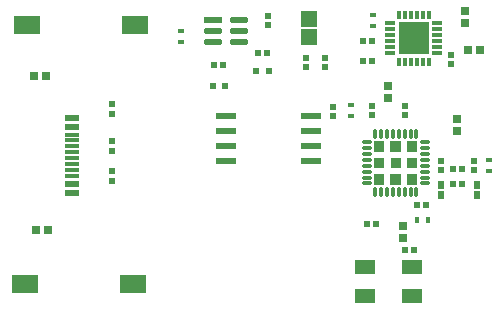
<source format=gtp>
%FSTAX23Y23*%
%MOIN*%
%SFA1B1*%

%IPPOS*%
%AMD19*
4,1,8,0.028800,0.011400,-0.028800,0.011400,-0.031700,0.008600,-0.031700,-0.008600,-0.028800,-0.011400,0.028800,-0.011400,0.031700,-0.008600,0.031700,0.008600,0.028800,0.011400,0.0*
1,1,0.005709,0.028800,0.008600*
1,1,0.005709,-0.028800,0.008600*
1,1,0.005709,-0.028800,-0.008600*
1,1,0.005709,0.028800,-0.008600*
%
%AMD39*
4,1,8,0.019300,0.011300,-0.019300,0.011300,-0.030600,0.000000,-0.030600,0.000000,-0.019300,-0.011300,0.019300,-0.011300,0.030600,0.000000,0.030600,0.000000,0.019300,0.011300,0.0*
1,1,0.022524,0.019300,0.000000*
1,1,0.022524,-0.019300,0.000000*
1,1,0.022524,-0.019300,0.000000*
1,1,0.022524,0.019300,0.000000*
%
%AMD41*
4,1,8,-0.004000,-0.015900,0.004000,-0.015900,0.005300,-0.014600,0.005300,0.014600,0.004000,0.015900,-0.004000,0.015900,-0.005300,0.014600,-0.005300,-0.014600,-0.004000,-0.015900,0.0*
1,1,0.002657,-0.004000,-0.014600*
1,1,0.002657,0.004000,-0.014600*
1,1,0.002657,0.004000,0.014600*
1,1,0.002657,-0.004000,0.014600*
%
%AMD42*
4,1,8,-0.014600,-0.005300,0.014600,-0.005300,0.015900,-0.004000,0.015900,0.004000,0.014600,0.005300,-0.014600,0.005300,-0.015900,0.004000,-0.015900,-0.004000,-0.014600,-0.005300,0.0*
1,1,0.002657,-0.014600,-0.004000*
1,1,0.002657,0.014600,-0.004000*
1,1,0.002657,0.014600,0.004000*
1,1,0.002657,-0.014600,0.004000*
%
%ADD18R,0.020289X0.018601*%
G04~CAMADD=19~8~0.0~0.0~633.9~228.3~28.5~0.0~15~0.0~0.0~0.0~0.0~0~0.0~0.0~0.0~0.0~0~0.0~0.0~0.0~0.0~633.9~228.3*
%ADD19D19*%
%ADD20R,0.102362X0.106299*%
%ADD21R,0.013780X0.031496*%
%ADD22R,0.033465X0.013780*%
%ADD23R,0.026306X0.026476*%
%ADD24R,0.026476X0.026306*%
%ADD25R,0.021260X0.022835*%
%ADD26R,0.023622X0.017716*%
%ADD27R,0.022835X0.021260*%
%ADD28R,0.024409X0.025984*%
%ADD29R,0.085827X0.062992*%
%ADD30R,0.086614X0.062992*%
%ADD31R,0.023622X0.017716*%
%ADD32R,0.070866X0.047244*%
%ADD33R,0.025591X0.025591*%
%ADD34R,0.022047X0.020472*%
%ADD35R,0.057331X0.053324*%
%ADD36R,0.023622X0.021654*%
%ADD37R,0.045275X0.023622*%
%ADD38R,0.045275X0.011811*%
G04~CAMADD=39~8~0.0~0.0~612.0~225.2~112.6~0.0~15~0.0~0.0~0.0~0.0~0~0.0~0.0~0.0~0.0~0~0.0~0.0~0.0~0.0~612.0~225.2*
%ADD39D39*%
%ADD40R,0.061196X0.022525*%
G04~CAMADD=41~8~0.0~0.0~106.3~318.9~13.3~0.0~15~0.0~0.0~0.0~0.0~0~0.0~0.0~0.0~0.0~0~0.0~0.0~0.0~180.0~106.0~318.0*
%ADD41D41*%
G04~CAMADD=42~8~0.0~0.0~318.9~106.3~13.3~0.0~15~0.0~0.0~0.0~0.0~0~0.0~0.0~0.0~0.0~0~0.0~0.0~0.0~180.0~318.0~106.0*
%ADD42D42*%
%ADD44R,0.018432X0.018601*%
%ADD45R,0.018701X0.019685*%
%ADD46R,0.018601X0.020289*%
%ADD47R,0.023622X0.019685*%
%ADD48R,0.017716X0.023622*%
%ADD85R,0.035433X0.035433*%
%LNpcb-1*%
%LPD*%
G36*
X01382Y00532D02*
X01347D01*
Y00567*
X01382*
Y00532*
G37*
G36*
X01327D02*
X01292D01*
Y00567*
X01327*
Y00532*
G37*
G36*
X01272D02*
X01237D01*
Y00567*
X01272*
Y00532*
G37*
G36*
X01382Y00477D02*
X01347D01*
Y00512*
X01382*
Y00477*
G37*
G36*
X01272D02*
X01237D01*
Y00512*
X01272*
Y00477*
G37*
G36*
X01382Y00422D02*
X01347D01*
Y00457*
X01382*
Y00422*
G37*
G36*
X01327D02*
X01292D01*
Y00457*
X01327*
Y00422*
G37*
G36*
X01272D02*
X01237D01*
Y00457*
X01272*
Y00422*
G37*
G54D18*
X015Y00425D03*
X01529D03*
Y00475D03*
X015D03*
G54D19*
X00743Y0065D03*
Y006D03*
Y0055D03*
Y005D03*
X01026D03*
Y0055D03*
Y006D03*
Y0065D03*
G54D20*
X0137Y0091D03*
G54D21*
X0132Y00831D03*
X0134D03*
X0136D03*
X01379D03*
X01399D03*
X01419D03*
X0132Y00988D03*
X0134D03*
X0136D03*
X01379D03*
X01399D03*
X01419D03*
G54D22*
X01447Y0086D03*
Y0088D03*
Y009D03*
Y00919D03*
Y00939D03*
Y00959D03*
X01292Y0086D03*
Y0088D03*
Y009D03*
Y00919D03*
Y00939D03*
Y00959D03*
G54D23*
X01589Y0087D03*
X0155D03*
X00144Y00785D03*
X00105D03*
X00149Y0027D03*
X0011D03*
G54D24*
X0154Y00999D03*
Y0096D03*
X01515Y00639D03*
Y006D03*
X01285Y00749D03*
Y0071D03*
G54D25*
X01495Y00824D03*
Y00855D03*
X0157Y00469D03*
Y005D03*
X011Y00649D03*
Y0068D03*
X0123Y00654D03*
Y00685D03*
X00885Y00954D03*
Y00985D03*
X0134Y00685D03*
Y00654D03*
X0146Y005D03*
Y00469D03*
G54D26*
X01235Y00988D03*
Y00951D03*
G54D27*
X01199Y009D03*
X0123D03*
X01199Y00835D03*
X0123D03*
X0141Y00355D03*
X01379D03*
G54D28*
X0146Y00422D03*
Y00387D03*
X0158D03*
Y00422D03*
G54D29*
X0044Y00955D03*
X00435Y0009D03*
G54D30*
X00079Y00955D03*
X00074Y0009D03*
G54D31*
X0116Y00651D03*
Y00688D03*
X00595Y00933D03*
Y00896D03*
X0162Y00503D03*
Y00466D03*
G54D32*
X01363Y00147D03*
X01206D03*
Y00052D03*
X01363D03*
G54D33*
X01335Y00245D03*
Y00284D03*
G54D34*
X01339Y00205D03*
X0137D03*
X01214Y0029D03*
X01245D03*
G54D35*
X0102Y00975D03*
Y00914D03*
G54D36*
X00365Y00466D03*
Y00433D03*
Y00533D03*
Y00566D03*
Y00658D03*
Y00691D03*
G54D37*
X00231Y00394D03*
Y00645D03*
Y00425D03*
Y00614D03*
G54D38*
X00231Y00451D03*
Y0047D03*
Y0049D03*
Y0051D03*
Y00529D03*
Y00549D03*
Y00569D03*
Y00588D03*
G54D39*
X00788Y00972D03*
Y00935D03*
Y00897D03*
X00701D03*
Y00935D03*
G54D40*
X00701Y00972D03*
G54D41*
X01378Y00591D03*
X01359D03*
X01339D03*
X01319D03*
X013D03*
X0128D03*
X0126D03*
X01241D03*
Y00398D03*
X0126D03*
X0128D03*
X013D03*
X01319D03*
X01339D03*
X01359D03*
X01378D03*
G54D42*
X01406Y00426D03*
Y00445D03*
Y00465D03*
Y00485D03*
Y00504D03*
Y00524D03*
Y00544D03*
Y00563D03*
X01213D03*
Y00544D03*
Y00524D03*
Y00504D03*
Y00485D03*
Y00465D03*
Y00445D03*
Y00426D03*
G54D44*
X00735Y0082D03*
X00704D03*
X0088Y0086D03*
X00849D03*
G54D45*
X0074Y0075D03*
X00699D03*
G54D46*
X0101Y00815D03*
Y00844D03*
X01075Y00815D03*
Y00844D03*
G54D47*
X00886Y008D03*
X00843D03*
G54D48*
X01418Y00305D03*
X01381D03*
G54D85*
X0131Y00495D03*
M02*
</source>
